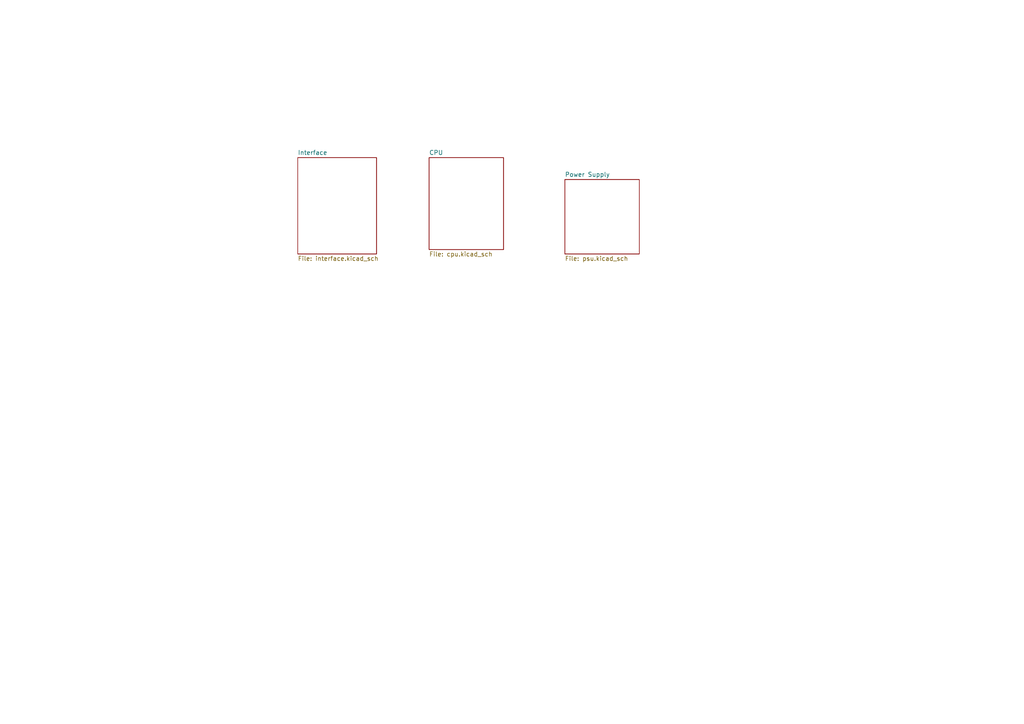
<source format=kicad_sch>
(kicad_sch (version 20230121) (generator eeschema)
  (paper "A4")
  (title_block (title "Standalone P1 Protocol Reader") (date "2022-10-20") (rev "1.0.0") (company "Manul Technologies"))
  (lib_symbols)
  (sheet (at 124.46 45.72) (size 21.59 26.67) (stroke (width 0.1524))
    (property "Sheetname" "CPU" (at 124.46 45.0084 0) (effects (justify left bottom)))
    (property "Sheetfile" "cpu.kicad_sch" (at 124.46 72.9746 0) (effects (justify left top)))
  )
  (sheet (at 163.83 52.07) (size 21.59 21.59) (stroke (width 0.1524))
    (property "Sheetname" "Power Supply" (at 163.83 51.3584 0) (effects (justify left bottom)))
    (property "Sheetfile" "psu.kicad_sch" (at 163.83 74.2446 0) (effects (justify left top)))
  )
  (sheet (at 86.36 45.72) (size 22.86 27.94) (stroke (width 0.1524))
    (property "Sheetname" "Interface" (at 86.36 45.0084 0) (effects (justify left bottom)))
    (property "Sheetfile" "interface.kicad_sch" (at 86.36 74.2446 0) (effects (justify left top)))
  )
)
</source>
